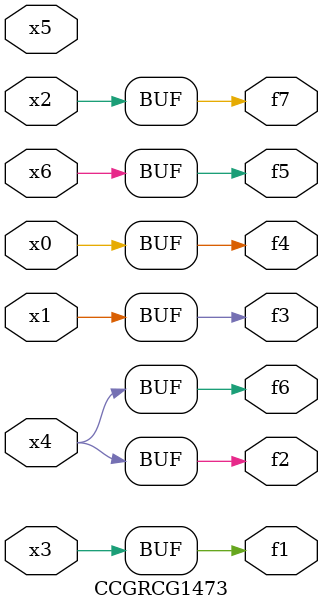
<source format=v>
module CCGRCG1473(
	input x0, x1, x2, x3, x4, x5, x6,
	output f1, f2, f3, f4, f5, f6, f7
);
	assign f1 = x3;
	assign f2 = x4;
	assign f3 = x1;
	assign f4 = x0;
	assign f5 = x6;
	assign f6 = x4;
	assign f7 = x2;
endmodule

</source>
